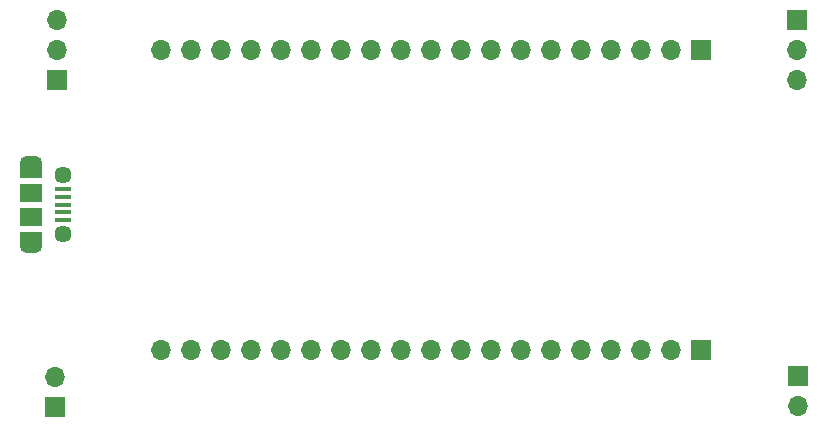
<source format=gbr>
%TF.GenerationSoftware,KiCad,Pcbnew,(6.0.7)*%
%TF.CreationDate,2022-07-30T13:06:33+08:00*%
%TF.ProjectId,remote-switch,72656d6f-7465-42d7-9377-697463682e6b,rev?*%
%TF.SameCoordinates,Original*%
%TF.FileFunction,Soldermask,Top*%
%TF.FilePolarity,Negative*%
%FSLAX46Y46*%
G04 Gerber Fmt 4.6, Leading zero omitted, Abs format (unit mm)*
G04 Created by KiCad (PCBNEW (6.0.7)) date 2022-07-30 13:06:33*
%MOMM*%
%LPD*%
G01*
G04 APERTURE LIST*
%ADD10R,1.700000X1.700000*%
%ADD11O,1.700000X1.700000*%
%ADD12R,1.350000X0.400000*%
%ADD13C,1.450000*%
%ADD14R,1.900000X1.500000*%
%ADD15R,1.900000X1.200000*%
%ADD16O,1.900000X1.200000*%
G04 APERTURE END LIST*
D10*
%TO.C,M2*%
X155300000Y-112460000D03*
D11*
X155300000Y-115000000D03*
X155300000Y-117540000D03*
%TD*%
D10*
%TO.C,J2*%
X147200000Y-115000000D03*
D11*
X144660000Y-115000000D03*
X142120000Y-115000000D03*
X139580000Y-115000000D03*
X137040000Y-115000000D03*
X134500000Y-115000000D03*
X131960000Y-115000000D03*
X129420000Y-115000000D03*
X126880000Y-115000000D03*
X124340000Y-115000000D03*
X121800000Y-115000000D03*
X119260000Y-115000000D03*
X116720000Y-115000000D03*
X114180000Y-115000000D03*
X111640000Y-115000000D03*
X109100000Y-115000000D03*
X106560000Y-115000000D03*
X104020000Y-115000000D03*
X101480000Y-115000000D03*
%TD*%
D10*
%TO.C,J4*%
X92500000Y-145200000D03*
D11*
X92500000Y-142660000D03*
%TD*%
D12*
%TO.C,J1*%
X93152500Y-126800000D03*
X93152500Y-127450000D03*
X93152500Y-128100000D03*
X93152500Y-128750000D03*
X93152500Y-129400000D03*
D13*
X93152500Y-130600000D03*
D14*
X90452500Y-127100000D03*
D15*
X90452500Y-131000000D03*
D16*
X90452500Y-131600000D03*
X90452500Y-124600000D03*
D13*
X93152500Y-125600000D03*
D14*
X90452500Y-129100000D03*
D15*
X90452500Y-125200000D03*
%TD*%
D10*
%TO.C,J5*%
X155400000Y-142600000D03*
D11*
X155400000Y-145140000D03*
%TD*%
%TO.C,J3*%
X101480000Y-140400000D03*
X104020000Y-140400000D03*
X106560000Y-140400000D03*
X109100000Y-140400000D03*
X111640000Y-140400000D03*
X114180000Y-140400000D03*
X116720000Y-140400000D03*
X119260000Y-140400000D03*
X121800000Y-140400000D03*
X124340000Y-140400000D03*
X126880000Y-140400000D03*
X129420000Y-140400000D03*
X131960000Y-140400000D03*
X134500000Y-140400000D03*
X137040000Y-140400000D03*
X139580000Y-140400000D03*
X142120000Y-140400000D03*
X144660000Y-140400000D03*
D10*
X147200000Y-140400000D03*
%TD*%
%TO.C,M1*%
X92675000Y-117525000D03*
D11*
X92675000Y-114985000D03*
X92675000Y-112445000D03*
%TD*%
M02*

</source>
